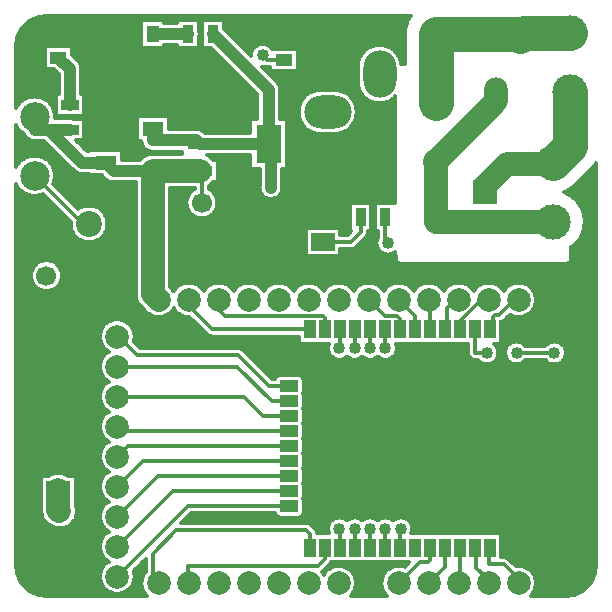
<source format=gtl>
G04 DipTrace 3.0.0.1*
G04 ESP32PWRREV1.GTL*
%MOMM*%
G04 #@! TF.FileFunction,Copper,L1,Top*
G04 #@! TF.Part,Single*
%AMOUTLINE0*
4,1,4,
-0.75,0.5,
0.75,0.5,
0.75,-0.5,
-0.75,-0.5,
-0.75,0.5,
0*%
%AMOUTLINE3*
4,1,20,
0.50757,-0.508,
0.68133,-0.4775,
0.8342,-0.38943,
0.94773,-0.2544,
1.0082,-0.08863,
1.00837,0.08777,
0.94817,0.2536,
0.83487,0.38887,
0.68217,0.4772,
0.50843,0.508,
-0.50757,0.508,
-0.68133,0.4775,
-0.8342,0.38943,
-0.94773,0.2544,
-1.0082,0.08863,
-1.00837,-0.08777,
-0.94817,-0.2536,
-0.83487,-0.38887,
-0.68217,-0.4772,
-0.50843,-0.508,
0.50757,-0.508,
0*%
G04 #@! TA.AperFunction,CopperBalancing*
%ADD14C,0.3*%
G04 #@! TA.AperFunction,Conductor*
%ADD15C,3.0*%
%ADD16C,1.0*%
%ADD17C,2.0*%
%ADD19R,1.4X1.0*%
%ADD20R,1.0X1.4*%
G04 #@! TA.AperFunction,ComponentPad*
%ADD22R,2.2X2.2*%
%ADD23C,2.2*%
%ADD24R,2.0X1.5*%
%ADD25R,1.8X1.2*%
G04 #@! TA.AperFunction,ComponentPad*
%ADD26C,1.7*%
%ADD29R,1.0X1.5*%
%ADD30R,6.0X6.0*%
G04 #@! TA.AperFunction,ComponentPad*
%ADD31O,4.0X2.8*%
%ADD32O,2.8X4.0*%
%ADD33C,1.304*%
%ADD34C,3.0*%
%ADD35C,2.5*%
%ADD37R,1.5X0.9*%
%ADD38R,0.9X1.5*%
G04 #@! TA.AperFunction,ComponentPad*
%ADD40O,2.0X3.0*%
%ADD42R,2.15X0.95*%
%ADD43R,2.15X3.25*%
G04 #@! TA.AperFunction,ComponentPad*
%ADD44R,2.0X2.0*%
%ADD45C,2.0*%
G04 #@! TA.AperFunction,ViaPad*
%ADD48C,1.016*%
%ADD104OUTLINE0*%
G04 #@! TA.AperFunction,ComponentPad*
%ADD107OUTLINE3*%
%FSLAX35Y35*%
G04*
G71*
G90*
G75*
G01*
G04 Top*
%LPD*%
X3600000Y4220000D2*
D15*
Y4800000D1*
X4290000D1*
X4310000Y4780000D1*
X4730000Y4810000D2*
X4340000D1*
X4310000Y4780000D1*
X4297000Y2550000D2*
D14*
X4260000D1*
X4130000Y2420000D1*
X4100000D1*
X4080000Y2400000D1*
Y2326000D1*
X4054000Y2300000D1*
X1200000Y4000000D2*
D16*
Y3900000D1*
X1570000D1*
X1600000Y3870000D1*
X2180000D2*
X1600000D1*
X2180000D2*
Y4330000D1*
X1710000Y4800000D1*
X2200000Y3500000D2*
Y3850000D1*
X2180000Y3870000D1*
X200000Y4100000D2*
Y3990000D1*
X500000D1*
X800000Y3710000D2*
X600000D1*
X320000Y3990000D1*
X500000D1*
X1600000Y3640000D2*
X870000D1*
X800000Y3710000D1*
X1600000Y3640000D2*
D17*
X1200000D1*
Y2599000D1*
X1249000Y2550000D1*
X1616000Y3370000D2*
D14*
Y3624000D1*
X1600000Y3640000D1*
X2356000Y1310000D2*
X987000D1*
X900000Y1223000D1*
X2356000Y1437000D2*
X940000D1*
X900000Y1477000D1*
X4030000Y2100000D2*
X3930000D1*
Y2297000D1*
X3927000Y2300000D1*
X4600000Y2100000D2*
X4280000D1*
X3170000Y3250000D2*
Y3050000D1*
X3190000Y3030000D1*
X4181000Y2300000D2*
X4600000D1*
Y2501000D1*
X4551000Y2550000D1*
X4181000Y450000D2*
X4550000D1*
X4600000Y400000D1*
Y199000D1*
X4551000Y150000D1*
X300000Y2500000D2*
D17*
Y1820000D1*
X400000Y1720000D1*
X900000Y2493000D2*
X300000Y2500000D1*
X900000Y2493000D2*
D14*
Y2480000D1*
X1200000Y2180000D1*
X2121000D1*
X2356000Y1945000D1*
X2811000D1*
X3411000Y1345000D1*
X4181000Y2300000D2*
Y1431000D1*
X4110000Y1360000D1*
X3426000D1*
X3411000Y1345000D1*
X4181000Y450000D2*
Y575000D1*
X3843577Y912423D1*
X3411000Y1345000D1*
X3660000Y730000D2*
X3661153D1*
X3843577Y912423D1*
X1000000Y4800000D2*
D16*
X728200D1*
X660300Y4732100D1*
X400000Y4800000D2*
X592400D1*
X660300Y4732100D1*
X1200000Y4290000D2*
X1102400D1*
X660300Y4732100D1*
X800000Y4000000D2*
Y4592400D1*
X660300Y4732100D1*
X1600000Y4100000D2*
Y4200000D1*
X1500000Y4300000D1*
X1210000D1*
X1200000Y4290000D1*
X2310000Y4780000D2*
D14*
X2040000D1*
X1980000Y4840000D1*
X2680000Y4780000D2*
X2310000D1*
X2640000Y3820000D2*
Y3400000D1*
X2560000Y3320000D1*
X1920000D1*
X1870000Y3370000D1*
X4730000Y4310000D2*
D15*
Y3850000D1*
X4590000Y3710000D1*
X4010000Y3460000D2*
D17*
Y3510000D1*
X4200000Y3700000D1*
X4580000D1*
X4590000Y3710000D1*
X2530000Y450000D2*
D14*
Y570000D1*
X2500000Y600000D1*
X1400000D1*
X1200000Y400000D1*
Y199000D1*
X1249000Y150000D1*
X2356000Y802000D2*
X1495000D1*
X900000Y207000D1*
X2657000Y450000D2*
Y357000D1*
X2600000Y300000D1*
X1500000D1*
Y153000D1*
X1503000Y150000D1*
X3038000Y450000D2*
Y608000D1*
X3040000Y610000D1*
X2530000Y2300000D2*
X1700000D1*
X1503000Y2497000D1*
Y2550000D1*
X2356000Y1818000D2*
X2182000D1*
X1920000Y2080000D1*
X1070000D1*
X900000Y2250000D1*
Y2239000D1*
X2657000Y2300000D2*
Y2393000D1*
X2640000Y2410000D1*
X1810000D1*
X1750000Y2470000D1*
Y2543000D1*
X1757000Y2550000D1*
X2356000Y929000D2*
X1368000D1*
X900000Y461000D1*
X2784000Y450000D2*
Y606000D1*
X2780000Y610000D1*
X2911000Y450000D2*
X2910000Y610000D1*
X3165000Y450000D2*
Y605000D1*
X3170000Y610000D1*
X3292000Y450000D2*
Y602000D1*
X3300000Y610000D1*
X3546000Y450000D2*
Y346000D1*
X3530000Y330000D1*
X3461000D1*
X3281000Y150000D1*
X4043000D2*
Y177000D1*
X3940000Y280000D1*
Y437000D1*
X3927000Y450000D1*
X4297000Y150000D2*
Y183000D1*
X4170000Y310000D1*
X4050000D1*
Y446000D1*
X4054000Y450000D1*
X3038000Y2300000D2*
Y2142000D1*
X3040000Y2140000D1*
X2911000Y2300000D2*
Y2141000D1*
X2910000Y2140000D1*
X2784000Y2300000D2*
Y2144000D1*
X2780000Y2140000D1*
X3292000Y2300000D2*
Y2388000D1*
X3270000Y2410000D1*
X3167000D1*
X3027000Y2550000D1*
X3165000Y2300000D2*
Y2145000D1*
X3170000Y2140000D1*
X3546000Y2300000D2*
Y2539000D1*
X3535000Y2550000D1*
X3419000Y2300000D2*
Y2412000D1*
X3281000Y2550000D1*
X4590000Y3210000D2*
D17*
X4010000Y3206000D1*
X3600200D1*
Y3720000D1*
X4110000Y4229800D1*
Y4280000D1*
X3673000Y450000D2*
D14*
Y373000D1*
X3670000Y370000D1*
Y285000D1*
X3535000Y150000D1*
X2356000Y1183000D2*
X1114000D1*
X900000Y969000D1*
X2356000Y1056000D2*
X1241000D1*
X900000Y715000D1*
X2356000Y1691000D2*
X2209000D1*
X1915000Y1985000D1*
X900000D1*
X2356000Y1564000D2*
X2136000D1*
X1969000Y1731000D1*
X900000D1*
X3789000Y2550000D2*
X3760000D1*
X3690000Y2480000D1*
Y2317000D1*
X3673000Y2300000D1*
X4043000Y2550000D2*
X3980000D1*
X3810000Y2380000D1*
Y2310000D1*
X3800000Y2300000D1*
Y450000D2*
Y161000D1*
X3789000Y150000D1*
X660100Y3192200D2*
X607800D1*
X200000Y3600000D1*
X1500000Y4800000D2*
D16*
X1200000D1*
X500000Y4200000D2*
Y4500000D1*
X400000Y4600000D1*
X2310000Y4580000D2*
D14*
X2170000D1*
X2130000Y4620000D1*
X2960000Y3250000D2*
Y3120000D1*
X2880000Y3040000D1*
X2640000D1*
X400000Y940000D2*
D17*
Y770000D1*
X410000Y760000D1*
D48*
X2780000Y610000D3*
X2910000D3*
X3040000D3*
X3170000D3*
X3300000D3*
X2780000Y2140000D3*
X2910000D3*
X3040000D3*
X3170000D3*
X4030000Y2100000D3*
X410000Y760000D3*
X3660000Y730000D3*
X2200000Y3500000D3*
X1980000Y4840000D3*
X3190000Y3030000D3*
X4600000Y2100000D3*
X4280000D3*
X2130000Y4620000D3*
X187367Y4925333D2*
D14*
X3362127D1*
X143303Y4895667D2*
X1100820D1*
X1594200D2*
X1615820D1*
X1804200D2*
X3348593D1*
X112190Y4866000D2*
X1100820D1*
X1594200D2*
X1615820D1*
X1804200D2*
X3339100D1*
X89457Y4836333D2*
X1100820D1*
X1594200D2*
X1615820D1*
X1812697D2*
X3333300D1*
X73927Y4806667D2*
X1100820D1*
X1842403D2*
X3330897D1*
X61680Y4777000D2*
X1100820D1*
X1596427D2*
X1613627D1*
X1872053D2*
X3330780D1*
X54650Y4747333D2*
X1100820D1*
X1594200D2*
X1615820D1*
X1901700D2*
X3330780D1*
X50723Y4717667D2*
X1100820D1*
X1594200D2*
X1615820D1*
X1931407D2*
X3330780D1*
X48030Y4688000D2*
X280800D1*
X519180D2*
X1100820D1*
X1299180D2*
X1405800D1*
X1594200D2*
X1615820D1*
X1961057D2*
X2057830D1*
X2202170D2*
X3036697D1*
X3203303D2*
X3330780D1*
X48030Y4658333D2*
X280800D1*
X519180D2*
X1712597D1*
X1990707D2*
X2037907D1*
X2429220D2*
X2992343D1*
X3247657D2*
X3330780D1*
X48030Y4628667D2*
X280800D1*
X519180D2*
X1742303D1*
X2429220D2*
X2965800D1*
X3274200D2*
X3330780D1*
X48030Y4599000D2*
X280800D1*
X540040D2*
X1771950D1*
X2429220D2*
X2948397D1*
X3291603D2*
X3330780D1*
X48030Y4569333D2*
X280800D1*
X569690D2*
X1801600D1*
X2429220D2*
X2937440D1*
X3302560D2*
X3330780D1*
X48030Y4539667D2*
X280800D1*
X590667D2*
X1831307D1*
X2429220D2*
X2931813D1*
X48030Y4510000D2*
X280800D1*
X598693D2*
X1860957D1*
X2139063D2*
X2190780D1*
X2429220D2*
X2930820D1*
X48030Y4480333D2*
X380643D1*
X599220D2*
X1890603D1*
X2168713D2*
X2930820D1*
X48030Y4450667D2*
X400800D1*
X599220D2*
X1920310D1*
X2198360D2*
X2930820D1*
X48030Y4421000D2*
X400800D1*
X599220D2*
X1949960D1*
X2228070D2*
X2930820D1*
X48030Y4391333D2*
X400800D1*
X599220D2*
X1979607D1*
X2257130D2*
X2930993D1*
X48030Y4361667D2*
X400800D1*
X599220D2*
X2009313D1*
X2273830D2*
X2934803D1*
X48030Y4332000D2*
X400800D1*
X599220D2*
X2038963D1*
X2279163D2*
X2943650D1*
X48030Y4302333D2*
X400800D1*
X599220D2*
X2068610D1*
X2279220D2*
X2525820D1*
X2834220D2*
X2958473D1*
X48030Y4272667D2*
X375780D1*
X624180D2*
X2080800D1*
X2279220D2*
X2486327D1*
X2873653D2*
X2981150D1*
X48030Y4243000D2*
X102850D1*
X297110D2*
X375780D1*
X624180D2*
X2080800D1*
X2279220D2*
X2461893D1*
X2898147D2*
X3016893D1*
X3223107D2*
X3251970D1*
X48030Y4213333D2*
X68663D1*
X331330D2*
X375780D1*
X624180D2*
X2080800D1*
X2279220D2*
X2445837D1*
X2914143D2*
X3251970D1*
X352367Y4183667D2*
X375780D1*
X624180D2*
X2080800D1*
X2279220D2*
X2435993D1*
X2923987D2*
X3251970D1*
X624180Y4154000D2*
X2080800D1*
X2279220D2*
X2431307D1*
X2928673D2*
X3251970D1*
X624180Y4124333D2*
X2080800D1*
X2279220D2*
X2431483D1*
X2928557D2*
X3251970D1*
X374103Y4094667D2*
X1060800D1*
X1339200D2*
X2080800D1*
X2279220D2*
X2436403D1*
X2923577D2*
X3251970D1*
X624180Y4065000D2*
X1060800D1*
X1339200D2*
X2023320D1*
X2336700D2*
X2446600D1*
X2913440D2*
X3251970D1*
X624180Y4035333D2*
X1060800D1*
X1339200D2*
X2023320D1*
X2336700D2*
X2463007D1*
X2896973D2*
X3251970D1*
X624180Y4005667D2*
X1060800D1*
X1339200D2*
X2023320D1*
X2336700D2*
X2488083D1*
X2871957D2*
X3251970D1*
X48030Y3976000D2*
X78943D1*
X624180D2*
X1060800D1*
X1631993D2*
X2023320D1*
X2336700D2*
X2528807D1*
X2831173D2*
X3251970D1*
X48030Y3946333D2*
X111287D1*
X624180D2*
X1060800D1*
X2336700D2*
X3251970D1*
X48030Y3916667D2*
X134723D1*
X624180D2*
X1060800D1*
X2336700D2*
X3251970D1*
X48030Y3887000D2*
X283963D1*
X562073D2*
X1101697D1*
X2336700D2*
X3251970D1*
X48030Y3857333D2*
X313610D1*
X591720D2*
X1110780D1*
X2336700D2*
X3251970D1*
X48030Y3827667D2*
X343260D1*
X621370D2*
X1133573D1*
X2336700D2*
X3251970D1*
X48030Y3798000D2*
X372967D1*
X939180D2*
X1443300D1*
X2336700D2*
X3251970D1*
X48030Y3768333D2*
X165780D1*
X234180D2*
X402617D1*
X939180D2*
X1126950D1*
X1673010D2*
X2023320D1*
X2336700D2*
X3251970D1*
X48030Y3738667D2*
X96580D1*
X303380D2*
X432263D1*
X939180D2*
X1089100D1*
X1710860D2*
X2023320D1*
X2336700D2*
X3251970D1*
X48030Y3709000D2*
X65033D1*
X335020D2*
X461970D1*
X1756680D2*
X2023320D1*
X2336700D2*
X3251970D1*
X354710Y3679333D2*
X491620D1*
X1756680D2*
X2023320D1*
X2336700D2*
X3251970D1*
X366837Y3649667D2*
X521267D1*
X1756680D2*
X2100780D1*
X2299200D2*
X3251970D1*
X4909143D2*
X4952010D1*
X373050Y3620000D2*
X563043D1*
X1756680D2*
X2100780D1*
X2299200D2*
X3251970D1*
X4879437D2*
X4952010D1*
X373927Y3590333D2*
X780603D1*
X1756680D2*
X2100780D1*
X2299200D2*
X3251970D1*
X4849787D2*
X4952010D1*
X369593Y3560667D2*
X812597D1*
X1756680D2*
X2100780D1*
X2299200D2*
X3251970D1*
X4820140D2*
X4952010D1*
X359690Y3531000D2*
X1050780D1*
X1700430D2*
X2100780D1*
X2299200D2*
X3251970D1*
X4790490D2*
X4952010D1*
X388223Y3501333D2*
X1050780D1*
X1680217D2*
X2100017D1*
X2299963D2*
X3251970D1*
X4758263D2*
X4952010D1*
X48030Y3471667D2*
X83690D1*
X417873D2*
X1050780D1*
X1349220D2*
X1530077D1*
X1701957D2*
X2104237D1*
X2295743D2*
X3251970D1*
X4711563D2*
X4952010D1*
X48030Y3442000D2*
X131093D1*
X447520D2*
X1050780D1*
X1349220D2*
X1503300D1*
X1728673D2*
X2119237D1*
X2280743D2*
X3251970D1*
X4723517D2*
X4952010D1*
X48030Y3412333D2*
X298143D1*
X477230D2*
X1050780D1*
X1349220D2*
X1488827D1*
X1743207D2*
X2155507D1*
X2244533D2*
X3251970D1*
X4765997D2*
X4952010D1*
X48030Y3382667D2*
X327790D1*
X506877D2*
X1050780D1*
X1349220D2*
X1482440D1*
X1749593D2*
X3251970D1*
X4795587D2*
X4952010D1*
X48030Y3353000D2*
X357440D1*
X536527D2*
X1050780D1*
X1349220D2*
X1482907D1*
X1749123D2*
X2865780D1*
X3054180D2*
X3075780D1*
X4817503D2*
X4952010D1*
X48030Y3323333D2*
X387087D1*
X747990D2*
X1050780D1*
X1349220D2*
X1490407D1*
X1741623D2*
X2865780D1*
X3054180D2*
X3075780D1*
X4833850D2*
X4952010D1*
X48030Y3293667D2*
X416793D1*
X781857D2*
X1050780D1*
X1349220D2*
X1506287D1*
X1725687D2*
X2865780D1*
X3054180D2*
X3075780D1*
X4845687D2*
X4952010D1*
X48030Y3264000D2*
X446443D1*
X801837D2*
X1050780D1*
X1349220D2*
X1535700D1*
X1696330D2*
X2865780D1*
X3054180D2*
X3075780D1*
X4853653D2*
X4952010D1*
X48030Y3234333D2*
X476093D1*
X813497D2*
X1050780D1*
X1349220D2*
X2865780D1*
X3054180D2*
X3075780D1*
X4858107D2*
X4952010D1*
X48030Y3204667D2*
X501403D1*
X818830D2*
X1050780D1*
X1349220D2*
X2865780D1*
X3054180D2*
X3075780D1*
X4859163D2*
X4952010D1*
X48030Y3175000D2*
X501873D1*
X818360D2*
X1050780D1*
X1349220D2*
X2865780D1*
X3054180D2*
X3075780D1*
X4856877D2*
X4952010D1*
X48030Y3145333D2*
X508083D1*
X812093D2*
X1050780D1*
X1349220D2*
X2490780D1*
X2789220D2*
X2865780D1*
X3054180D2*
X3075780D1*
X4851253D2*
X4952010D1*
X48030Y3115667D2*
X520917D1*
X799260D2*
X1050780D1*
X1349220D2*
X2490780D1*
X2789220D2*
X2866130D1*
X3024063D2*
X3105780D1*
X4841937D2*
X4952010D1*
X48030Y3086000D2*
X542537D1*
X777640D2*
X1050780D1*
X1349220D2*
X2490780D1*
X3013870D2*
X3105780D1*
X4828577D2*
X4952010D1*
X48030Y3056333D2*
X580037D1*
X740140D2*
X1050780D1*
X1349220D2*
X2490780D1*
X2985860D2*
X3093650D1*
X4810353D2*
X4952010D1*
X48030Y3026667D2*
X1050780D1*
X1349220D2*
X2490780D1*
X2956213D2*
X3090077D1*
X4785980D2*
X4952010D1*
X48030Y2997000D2*
X1050780D1*
X1349220D2*
X2490780D1*
X2926563D2*
X3095760D1*
X4752640D2*
X4952010D1*
X48030Y2967333D2*
X1050780D1*
X1349220D2*
X2490780D1*
X2789220D2*
X3112987D1*
X4748010D2*
X4952010D1*
X48030Y2937667D2*
X1050780D1*
X1349220D2*
X2490780D1*
X2789220D2*
X3157283D1*
X3222697D2*
X3251970D1*
X4748010D2*
X4952010D1*
X48030Y2908000D2*
X1050780D1*
X1349220D2*
X3251970D1*
X4748010D2*
X4952010D1*
X48030Y2878333D2*
X255133D1*
X344867D2*
X1050780D1*
X1349220D2*
X3257537D1*
X4742443D2*
X4952010D1*
X48030Y2848667D2*
X206150D1*
X393850D2*
X1050780D1*
X1349220D2*
X4952010D1*
X48030Y2819000D2*
X183007D1*
X416993D2*
X1050780D1*
X1349220D2*
X4952010D1*
X48030Y2789333D2*
X170643D1*
X429357D2*
X1050780D1*
X1349220D2*
X4952010D1*
X48030Y2759667D2*
X165897D1*
X434103D2*
X1050780D1*
X1349220D2*
X4952010D1*
X48030Y2730000D2*
X168007D1*
X431993D2*
X1050780D1*
X1349220D2*
X4952010D1*
X48030Y2700333D2*
X177263D1*
X422737D2*
X1050780D1*
X1349220D2*
X4952010D1*
X48030Y2670667D2*
X195663D1*
X404337D2*
X1050780D1*
X1349220D2*
X1417460D1*
X1588517D2*
X1671463D1*
X1842520D2*
X1925467D1*
X2096527D2*
X2179470D1*
X2350530D2*
X2433473D1*
X2604533D2*
X2687480D1*
X2858537D2*
X2941483D1*
X3112540D2*
X3195427D1*
X3366543D2*
X3449430D1*
X3620550D2*
X3703437D1*
X3874553D2*
X3957440D1*
X4128557D2*
X4211443D1*
X4382560D2*
X4952010D1*
X48030Y2641000D2*
X230350D1*
X369650D2*
X1050780D1*
X1366447D2*
X1385583D1*
X1620450D2*
X1639587D1*
X1874457D2*
X1893593D1*
X2128400D2*
X2147597D1*
X2382403D2*
X2401600D1*
X2636407D2*
X2655543D1*
X2890413D2*
X2909550D1*
X3144417D2*
X3163553D1*
X3398420D2*
X3417557D1*
X3652423D2*
X3671550D1*
X3906427D2*
X3925600D1*
X4160430D2*
X4179577D1*
X4414437D2*
X4952010D1*
X48030Y2611333D2*
X1050780D1*
X4432717D2*
X4952010D1*
X48030Y2581667D2*
X1051833D1*
X4442737D2*
X4952010D1*
X48030Y2552000D2*
X1058573D1*
X4446193D2*
X4952010D1*
X48030Y2522333D2*
X1072517D1*
X4443557D2*
X4952010D1*
X48030Y2492667D2*
X1096600D1*
X4434473D2*
X4952010D1*
X48030Y2463000D2*
X1126247D1*
X4417483D2*
X4952010D1*
X48030Y2433333D2*
X1157890D1*
X1340140D2*
X1411893D1*
X4388127D2*
X4952010D1*
X48030Y2403667D2*
X1506757D1*
X4203207D2*
X4952010D1*
X48030Y2374000D2*
X840897D1*
X959103D2*
X1536463D1*
X4173380D2*
X4952010D1*
X48030Y2344333D2*
X795603D1*
X1004397D2*
X1566110D1*
X4153223D2*
X4952010D1*
X48030Y2314667D2*
X771930D1*
X1028070D2*
X1595760D1*
X4153223D2*
X4952010D1*
X48030Y2285000D2*
X758220D1*
X1041780D2*
X1625467D1*
X4153223D2*
X4952010D1*
X48030Y2255333D2*
X751717D1*
X1048283D2*
X1655173D1*
X4153223D2*
X4952010D1*
X48030Y2225667D2*
X751423D1*
X1048577D2*
X2430780D1*
X4153223D2*
X4952010D1*
X48030Y2196000D2*
X757283D1*
X1043537D2*
X2430780D1*
X4153223D2*
X4263123D1*
X4296897D2*
X4583103D1*
X4616877D2*
X4952010D1*
X48030Y2166333D2*
X770117D1*
X1073243D2*
X2683670D1*
X3266350D2*
X3865800D1*
X4103770D2*
X4206230D1*
X4353790D2*
X4526210D1*
X4673770D2*
X4952010D1*
X48030Y2136667D2*
X792557D1*
X1946117D2*
X2680037D1*
X3269923D2*
X3865800D1*
X4122813D2*
X4187187D1*
X4692813D2*
X4952010D1*
X48030Y2107000D2*
X816463D1*
X1982560D2*
X2685780D1*
X3264240D2*
X3865800D1*
X4129730D2*
X4180270D1*
X4699730D2*
X4952010D1*
X48030Y2077333D2*
X783650D1*
X2012210D2*
X2702947D1*
X3247013D2*
X3870133D1*
X4127327D2*
X4182673D1*
X4697327D2*
X4952010D1*
X48030Y2047667D2*
X764900D1*
X2041857D2*
X2747303D1*
X2812717D2*
X2877263D1*
X2942737D2*
X3007283D1*
X3072697D2*
X3137303D1*
X3202717D2*
X3895270D1*
X4114670D2*
X4195330D1*
X4684670D2*
X4952010D1*
X48030Y2018000D2*
X754587D1*
X2071563D2*
X3975193D1*
X4084847D2*
X4225153D1*
X4334807D2*
X4545193D1*
X4654847D2*
X4952010D1*
X48030Y1988333D2*
X750837D1*
X2101213D2*
X4952010D1*
X48030Y1958667D2*
X753180D1*
X2130860D2*
X4952010D1*
X48030Y1929000D2*
X761970D1*
X2160570D2*
X4952010D1*
X48030Y1899333D2*
X778553D1*
X2190217D2*
X2244040D1*
X2467950D2*
X4952010D1*
X48030Y1869667D2*
X807147D1*
X2480197D2*
X4952010D1*
X48030Y1840000D2*
X799587D1*
X2480197D2*
X4952010D1*
X48030Y1810333D2*
X774217D1*
X2480197D2*
X4952010D1*
X48030Y1780667D2*
X759510D1*
X2480197D2*
X4952010D1*
X48030Y1751000D2*
X752187D1*
X2479083D2*
X4952010D1*
X48030Y1721333D2*
X751130D1*
X2480197D2*
X4952010D1*
X48030Y1691667D2*
X756170D1*
X2480197D2*
X4952010D1*
X48030Y1662000D2*
X768123D1*
X2480197D2*
X4952010D1*
X48030Y1632333D2*
X789100D1*
X2479377D2*
X4952010D1*
X48030Y1602667D2*
X822263D1*
X2480197D2*
X4952010D1*
X48030Y1573000D2*
X786757D1*
X2480197D2*
X4952010D1*
X48030Y1543333D2*
X766717D1*
X2480197D2*
X4952010D1*
X48030Y1513667D2*
X755467D1*
X2480197D2*
X4952010D1*
X48030Y1484000D2*
X750957D1*
X2480197D2*
X4952010D1*
X48030Y1454333D2*
X752597D1*
X2480197D2*
X4952010D1*
X48030Y1424667D2*
X760507D1*
X2480197D2*
X4952010D1*
X48030Y1395000D2*
X775973D1*
X2480197D2*
X4952010D1*
X48030Y1365333D2*
X802633D1*
X2479903D2*
X4952010D1*
X48030Y1335667D2*
X803807D1*
X2480197D2*
X4952010D1*
X48030Y1306000D2*
X776620D1*
X2480197D2*
X4952010D1*
X48030Y1276333D2*
X760857D1*
X2480197D2*
X4952010D1*
X48030Y1246667D2*
X752713D1*
X2478263D2*
X4952010D1*
X48030Y1217000D2*
X750897D1*
X2480197D2*
X4952010D1*
X48030Y1187333D2*
X755233D1*
X2480197D2*
X4952010D1*
X48030Y1157667D2*
X766190D1*
X2480197D2*
X4952010D1*
X48030Y1128000D2*
X785877D1*
X2479903D2*
X4952010D1*
X48030Y1098333D2*
X820623D1*
X2480197D2*
X4952010D1*
X48030Y1068667D2*
X327557D1*
X472423D2*
X790037D1*
X2480197D2*
X4952010D1*
X48030Y1039000D2*
X250800D1*
X549180D2*
X768650D1*
X2480197D2*
X4952010D1*
X48030Y1009333D2*
X250800D1*
X549180D2*
X756463D1*
X2480197D2*
X4952010D1*
X48030Y979667D2*
X250800D1*
X549180D2*
X751190D1*
X2480197D2*
X4952010D1*
X48030Y950000D2*
X250800D1*
X549180D2*
X752070D1*
X2480197D2*
X4952010D1*
X48030Y920333D2*
X250800D1*
X549180D2*
X759157D1*
X2480197D2*
X4952010D1*
X48030Y890667D2*
X250800D1*
X549180D2*
X773573D1*
X2480197D2*
X4952010D1*
X48030Y861000D2*
X250800D1*
X549180D2*
X798473D1*
X2479320D2*
X4952010D1*
X48030Y831333D2*
X250800D1*
X549180D2*
X808437D1*
X2480197D2*
X4952010D1*
X48030Y801667D2*
X250800D1*
X553167D2*
X779257D1*
X2480197D2*
X4952010D1*
X48030Y772000D2*
X250800D1*
X558733D2*
X762380D1*
X2480197D2*
X4952010D1*
X48030Y742333D2*
X253437D1*
X558147D2*
X753357D1*
X2479200D2*
X4952010D1*
X48030Y712667D2*
X262517D1*
X551350D2*
X750837D1*
X1495237D2*
X2253767D1*
X2458223D2*
X4952010D1*
X48030Y683000D2*
X279510D1*
X537287D2*
X754353D1*
X1465530D2*
X2713143D1*
X3366897D2*
X4952010D1*
X48030Y653333D2*
X306990D1*
X512970D2*
X764430D1*
X2532990D2*
X2690233D1*
X3389807D2*
X4952010D1*
X48030Y623667D2*
X354217D1*
X465803D2*
X782830D1*
X2565860D2*
X2680973D1*
X3399007D2*
X4952010D1*
X48030Y594000D2*
X814940D1*
X2589300D2*
X2681327D1*
X3398653D2*
X4952010D1*
X48030Y564333D2*
X793553D1*
X4153223D2*
X4952010D1*
X48030Y534667D2*
X770700D1*
X4153223D2*
X4952010D1*
X48030Y505000D2*
X757577D1*
X4153223D2*
X4952010D1*
X48030Y475333D2*
X751483D1*
X4153223D2*
X4952010D1*
X48030Y445667D2*
X751600D1*
X4153223D2*
X4952010D1*
X48030Y416000D2*
X757870D1*
X4153223D2*
X4952010D1*
X48030Y386333D2*
X771287D1*
X4153223D2*
X4952010D1*
X48030Y356667D2*
X794607D1*
X4212580D2*
X4952010D1*
X48030Y327000D2*
X813473D1*
X1109573D2*
X1135800D1*
X2713343D2*
X3368457D1*
X4242520D2*
X4952010D1*
X48733Y297333D2*
X782070D1*
X1079867D2*
X1135800D1*
X2686857D2*
X3338807D1*
X4272230D2*
X4951247D1*
X52657Y267667D2*
X763963D1*
X1050217D2*
X1135800D1*
X2657210D2*
X2683200D1*
X2862757D2*
X3191210D1*
X4386780D2*
X4947380D1*
X56527Y238000D2*
X754120D1*
X1045880D2*
X1129237D1*
X2892757D2*
X3161267D1*
X4416720D2*
X4943457D1*
X67717Y208333D2*
X750780D1*
X1049220D2*
X1111950D1*
X2910040D2*
X3143923D1*
X4434063D2*
X4932263D1*
X80020Y178667D2*
X753593D1*
X1046407D2*
X1102633D1*
X2919357D2*
X3134667D1*
X4443380D2*
X4919960D1*
X100707Y149000D2*
X762790D1*
X1037210D2*
X1099823D1*
X2922170D2*
X3131793D1*
X4446193D2*
X4899333D1*
X123790Y119333D2*
X780017D1*
X1019983D2*
X1103043D1*
X2918947D2*
X3135077D1*
X4442970D2*
X4876247D1*
X162463Y89667D2*
X809783D1*
X990217D2*
X1112830D1*
X2909163D2*
X3144803D1*
X4433187D2*
X4837577D1*
X222757Y60000D2*
X1130760D1*
X2891233D2*
X3162790D1*
X4415197D2*
X4777223D1*
X2209093Y4676200D2*
X2426200D1*
Y4483800D1*
X2193800D1*
Y4518780D1*
X2165197Y4518990D1*
X2155713Y4520490D1*
X2146563Y4523467D1*
X2130000Y4523000D1*
X2122777Y4523283D1*
X2253150Y4392477D1*
X2262023Y4380263D1*
X2268877Y4366813D1*
X2273543Y4352457D1*
X2275903Y4337547D1*
X2276200Y4300000D1*
Y4078690D1*
X2333700Y4078700D1*
Y3661300D1*
X2296260D1*
X2296200Y3512440D1*
X2297000Y3500000D1*
X2295807Y3484827D1*
X2292253Y3470027D1*
X2286427Y3455963D1*
X2278473Y3442983D1*
X2268590Y3431410D1*
X2257017Y3421527D1*
X2244037Y3413573D1*
X2229973Y3407747D1*
X2215173Y3404193D1*
X2200000Y3403000D1*
X2184827Y3404193D1*
X2170027Y3407747D1*
X2155963Y3413573D1*
X2142983Y3421527D1*
X2131410Y3431410D1*
X2121527Y3442983D1*
X2113573Y3455963D1*
X2107747Y3470027D1*
X2104193Y3484827D1*
X2103000Y3500000D1*
X2103800Y3511837D1*
Y3661310D1*
X2026300Y3661300D1*
Y3773740D1*
X1658927Y3773800D1*
X1676390Y3764657D1*
X1685933Y3758280D1*
X1694950Y3751170D1*
X1703380Y3743380D1*
X1712143Y3733717D1*
X1753700Y3733700D1*
Y3546300D1*
X1712277D1*
X1703380Y3536620D1*
X1694950Y3528830D1*
X1685933Y3521720D1*
X1677173Y3515867D1*
X1677200Y3486013D1*
X1693117Y3476143D1*
X1701207Y3469767D1*
X1708773Y3462773D1*
X1715767Y3455207D1*
X1722143Y3447117D1*
X1727867Y3438553D1*
X1732900Y3429563D1*
X1737213Y3420207D1*
X1740780Y3410543D1*
X1743573Y3400627D1*
X1745583Y3390523D1*
X1746797Y3380293D1*
X1747200Y3370000D1*
X1746797Y3359707D1*
X1745583Y3349477D1*
X1743573Y3339373D1*
X1740780Y3329457D1*
X1737213Y3319793D1*
X1732900Y3310437D1*
X1727867Y3301447D1*
X1722143Y3292883D1*
X1715767Y3284793D1*
X1708773Y3277227D1*
X1701207Y3270233D1*
X1693117Y3263857D1*
X1684553Y3258133D1*
X1675563Y3253100D1*
X1666207Y3248787D1*
X1656543Y3245220D1*
X1646627Y3242427D1*
X1636523Y3240417D1*
X1626293Y3239203D1*
X1616000Y3238800D1*
X1605707Y3239203D1*
X1595477Y3240417D1*
X1585373Y3242427D1*
X1575457Y3245220D1*
X1565793Y3248787D1*
X1556437Y3253100D1*
X1547447Y3258133D1*
X1538883Y3263857D1*
X1530793Y3270233D1*
X1523227Y3277227D1*
X1516233Y3284793D1*
X1509857Y3292883D1*
X1504133Y3301447D1*
X1499100Y3310437D1*
X1494787Y3319793D1*
X1491220Y3329457D1*
X1488427Y3339373D1*
X1486417Y3349477D1*
X1485203Y3359707D1*
X1484800Y3370000D1*
X1485203Y3380293D1*
X1486417Y3390523D1*
X1488427Y3400627D1*
X1491220Y3410543D1*
X1494787Y3420207D1*
X1499100Y3429563D1*
X1504133Y3438553D1*
X1509857Y3447117D1*
X1516233Y3455207D1*
X1523227Y3462773D1*
X1530793Y3469767D1*
X1538883Y3476143D1*
X1554787Y3485977D1*
X1554800Y3493810D1*
X1346230Y3493800D1*
X1346200Y2659550D1*
X1360170Y2644950D1*
X1367280Y2635933D1*
X1373677Y2626350D1*
X1378343Y2626390D1*
X1384723Y2635933D1*
X1391830Y2644950D1*
X1399620Y2653380D1*
X1408050Y2661170D1*
X1417067Y2668277D1*
X1426610Y2674657D1*
X1436627Y2680267D1*
X1447053Y2685070D1*
X1457823Y2689043D1*
X1468870Y2692160D1*
X1480130Y2694400D1*
X1491530Y2695750D1*
X1503000Y2696200D1*
X1514470Y2695750D1*
X1525870Y2694400D1*
X1537130Y2692160D1*
X1548177Y2689043D1*
X1558947Y2685070D1*
X1569373Y2680267D1*
X1579390Y2674657D1*
X1588933Y2668277D1*
X1597950Y2661170D1*
X1606380Y2653380D1*
X1614170Y2644950D1*
X1621277Y2635933D1*
X1629957Y2622280D1*
X1638723Y2635933D1*
X1645830Y2644950D1*
X1653620Y2653380D1*
X1662050Y2661170D1*
X1671067Y2668277D1*
X1680610Y2674657D1*
X1690627Y2680267D1*
X1701053Y2685070D1*
X1711823Y2689043D1*
X1722870Y2692160D1*
X1734130Y2694400D1*
X1745530Y2695750D1*
X1757000Y2696200D1*
X1768470Y2695750D1*
X1779870Y2694400D1*
X1791130Y2692160D1*
X1802177Y2689043D1*
X1812947Y2685070D1*
X1823373Y2680267D1*
X1833390Y2674657D1*
X1842933Y2668277D1*
X1851950Y2661170D1*
X1860380Y2653380D1*
X1868170Y2644950D1*
X1875277Y2635933D1*
X1883957Y2622280D1*
X1892723Y2635933D1*
X1899830Y2644950D1*
X1907620Y2653380D1*
X1916050Y2661170D1*
X1925067Y2668277D1*
X1934610Y2674657D1*
X1944627Y2680267D1*
X1955053Y2685070D1*
X1965823Y2689043D1*
X1976870Y2692160D1*
X1988130Y2694400D1*
X1999530Y2695750D1*
X2011000Y2696200D1*
X2022470Y2695750D1*
X2033870Y2694400D1*
X2045130Y2692160D1*
X2056177Y2689043D1*
X2066947Y2685070D1*
X2077373Y2680267D1*
X2087390Y2674657D1*
X2096933Y2668277D1*
X2105950Y2661170D1*
X2114380Y2653380D1*
X2122170Y2644950D1*
X2129277Y2635933D1*
X2137957Y2622280D1*
X2146723Y2635933D1*
X2153830Y2644950D1*
X2161620Y2653380D1*
X2170050Y2661170D1*
X2179067Y2668277D1*
X2188610Y2674657D1*
X2198627Y2680267D1*
X2209053Y2685070D1*
X2219823Y2689043D1*
X2230870Y2692160D1*
X2242130Y2694400D1*
X2253530Y2695750D1*
X2265000Y2696200D1*
X2276470Y2695750D1*
X2287870Y2694400D1*
X2299130Y2692160D1*
X2310177Y2689043D1*
X2320947Y2685070D1*
X2331373Y2680267D1*
X2341390Y2674657D1*
X2350933Y2668277D1*
X2359950Y2661170D1*
X2368380Y2653380D1*
X2376170Y2644950D1*
X2383277Y2635933D1*
X2391957Y2622280D1*
X2400723Y2635933D1*
X2407830Y2644950D1*
X2415620Y2653380D1*
X2424050Y2661170D1*
X2433067Y2668277D1*
X2442610Y2674657D1*
X2452627Y2680267D1*
X2463053Y2685070D1*
X2473823Y2689043D1*
X2484870Y2692160D1*
X2496130Y2694400D1*
X2507530Y2695750D1*
X2519000Y2696200D1*
X2530470Y2695750D1*
X2541870Y2694400D1*
X2553130Y2692160D1*
X2564177Y2689043D1*
X2574947Y2685070D1*
X2585373Y2680267D1*
X2595390Y2674657D1*
X2604933Y2668277D1*
X2613950Y2661170D1*
X2622380Y2653380D1*
X2630170Y2644950D1*
X2637277Y2635933D1*
X2645957Y2622280D1*
X2654723Y2635933D1*
X2661830Y2644950D1*
X2669620Y2653380D1*
X2678050Y2661170D1*
X2687067Y2668277D1*
X2696610Y2674657D1*
X2706627Y2680267D1*
X2717053Y2685070D1*
X2727823Y2689043D1*
X2738870Y2692160D1*
X2750130Y2694400D1*
X2761530Y2695750D1*
X2773000Y2696200D1*
X2784470Y2695750D1*
X2795870Y2694400D1*
X2807130Y2692160D1*
X2818177Y2689043D1*
X2828947Y2685070D1*
X2839373Y2680267D1*
X2849390Y2674657D1*
X2858933Y2668277D1*
X2867950Y2661170D1*
X2876380Y2653380D1*
X2884170Y2644950D1*
X2891277Y2635933D1*
X2899957Y2622280D1*
X2908723Y2635933D1*
X2915830Y2644950D1*
X2923620Y2653380D1*
X2932050Y2661170D1*
X2941067Y2668277D1*
X2950610Y2674657D1*
X2960627Y2680267D1*
X2971053Y2685070D1*
X2981823Y2689043D1*
X2992870Y2692160D1*
X3004130Y2694400D1*
X3015530Y2695750D1*
X3027000Y2696200D1*
X3038470Y2695750D1*
X3049870Y2694400D1*
X3061130Y2692160D1*
X3072177Y2689043D1*
X3082947Y2685070D1*
X3093373Y2680267D1*
X3103390Y2674657D1*
X3112933Y2668277D1*
X3121950Y2661170D1*
X3130380Y2653380D1*
X3138170Y2644950D1*
X3145277Y2635933D1*
X3153957Y2622280D1*
X3162723Y2635933D1*
X3169830Y2644950D1*
X3177620Y2653380D1*
X3186050Y2661170D1*
X3195067Y2668277D1*
X3204610Y2674657D1*
X3214627Y2680267D1*
X3225053Y2685070D1*
X3235823Y2689043D1*
X3246870Y2692160D1*
X3258130Y2694400D1*
X3269530Y2695750D1*
X3281000Y2696200D1*
X3292470Y2695750D1*
X3303870Y2694400D1*
X3315130Y2692160D1*
X3326177Y2689043D1*
X3336947Y2685070D1*
X3347373Y2680267D1*
X3357390Y2674657D1*
X3366933Y2668277D1*
X3375950Y2661170D1*
X3384380Y2653380D1*
X3392170Y2644950D1*
X3399277Y2635933D1*
X3407957Y2622280D1*
X3416723Y2635933D1*
X3423830Y2644950D1*
X3431620Y2653380D1*
X3440050Y2661170D1*
X3449067Y2668277D1*
X3458610Y2674657D1*
X3468627Y2680267D1*
X3479053Y2685070D1*
X3489823Y2689043D1*
X3500870Y2692160D1*
X3512130Y2694400D1*
X3523530Y2695750D1*
X3535000Y2696200D1*
X3546470Y2695750D1*
X3557870Y2694400D1*
X3569130Y2692160D1*
X3580177Y2689043D1*
X3590947Y2685070D1*
X3601373Y2680267D1*
X3611390Y2674657D1*
X3620933Y2668277D1*
X3629950Y2661170D1*
X3638380Y2653380D1*
X3646170Y2644950D1*
X3653277Y2635933D1*
X3661957Y2622280D1*
X3670723Y2635933D1*
X3677830Y2644950D1*
X3685620Y2653380D1*
X3694050Y2661170D1*
X3703067Y2668277D1*
X3712610Y2674657D1*
X3722627Y2680267D1*
X3733053Y2685070D1*
X3743823Y2689043D1*
X3754870Y2692160D1*
X3766130Y2694400D1*
X3777530Y2695750D1*
X3789000Y2696200D1*
X3800470Y2695750D1*
X3811870Y2694400D1*
X3823130Y2692160D1*
X3834177Y2689043D1*
X3844947Y2685070D1*
X3855373Y2680267D1*
X3865390Y2674657D1*
X3874933Y2668277D1*
X3883950Y2661170D1*
X3892380Y2653380D1*
X3900170Y2644950D1*
X3907277Y2635933D1*
X3915957Y2622280D1*
X3924723Y2635933D1*
X3931830Y2644950D1*
X3939620Y2653380D1*
X3948050Y2661170D1*
X3957067Y2668277D1*
X3966610Y2674657D1*
X3976627Y2680267D1*
X3987053Y2685070D1*
X3997823Y2689043D1*
X4008870Y2692160D1*
X4020130Y2694400D1*
X4031530Y2695750D1*
X4043000Y2696200D1*
X4054470Y2695750D1*
X4065870Y2694400D1*
X4077130Y2692160D1*
X4088177Y2689043D1*
X4098947Y2685070D1*
X4109373Y2680267D1*
X4119390Y2674657D1*
X4128933Y2668277D1*
X4137950Y2661170D1*
X4146380Y2653380D1*
X4154170Y2644950D1*
X4161277Y2635933D1*
X4169957Y2622280D1*
X4178723Y2635933D1*
X4185830Y2644950D1*
X4193620Y2653380D1*
X4202050Y2661170D1*
X4211067Y2668277D1*
X4220610Y2674657D1*
X4230627Y2680267D1*
X4241053Y2685070D1*
X4251823Y2689043D1*
X4262870Y2692160D1*
X4274130Y2694400D1*
X4285530Y2695750D1*
X4297000Y2696200D1*
X4308470Y2695750D1*
X4319870Y2694400D1*
X4331130Y2692160D1*
X4342177Y2689043D1*
X4352947Y2685070D1*
X4363373Y2680267D1*
X4373390Y2674657D1*
X4382933Y2668277D1*
X4391950Y2661170D1*
X4400380Y2653380D1*
X4408170Y2644950D1*
X4415277Y2635933D1*
X4421657Y2626390D1*
X4427267Y2616373D1*
X4432070Y2605947D1*
X4436043Y2595177D1*
X4439160Y2584130D1*
X4441400Y2572870D1*
X4442750Y2561470D1*
X4443200Y2550000D1*
X4442750Y2538530D1*
X4441400Y2527130D1*
X4439160Y2515870D1*
X4436043Y2504823D1*
X4432070Y2494053D1*
X4427267Y2483627D1*
X4421657Y2473610D1*
X4415277Y2464067D1*
X4408170Y2455050D1*
X4400380Y2446620D1*
X4391950Y2438830D1*
X4382933Y2431723D1*
X4373390Y2425343D1*
X4363373Y2419733D1*
X4352947Y2414930D1*
X4342177Y2410957D1*
X4331130Y2407840D1*
X4319870Y2405600D1*
X4308470Y2404250D1*
X4297000Y2403800D1*
X4285530Y2404250D1*
X4274130Y2405600D1*
X4262870Y2407840D1*
X4251823Y2410957D1*
X4241053Y2414930D1*
X4230627Y2419733D1*
X4221433Y2424883D1*
X4169747Y2373463D1*
X4161977Y2367817D1*
X4153403Y2363453D1*
X4150200Y2361200D1*
Y2178800D1*
X4087017Y2178473D1*
X4098590Y2168590D1*
X4108473Y2157017D1*
X4116427Y2144037D1*
X4122253Y2129973D1*
X4125807Y2115173D1*
X4127000Y2100000D1*
X4125807Y2084827D1*
X4122253Y2070027D1*
X4116427Y2055963D1*
X4108473Y2042983D1*
X4098590Y2031410D1*
X4087017Y2021527D1*
X4074037Y2013573D1*
X4059973Y2007747D1*
X4045173Y2004193D1*
X4030000Y2003000D1*
X4014827Y2004193D1*
X4000027Y2007747D1*
X3985963Y2013573D1*
X3972983Y2021527D1*
X3961410Y2031410D1*
X3954823Y2038803D1*
X3925197Y2038990D1*
X3915713Y2040490D1*
X3906580Y2043460D1*
X3898023Y2047820D1*
X3890253Y2053463D1*
X3883463Y2060253D1*
X3877820Y2068023D1*
X3873460Y2076580D1*
X3870490Y2085713D1*
X3868990Y2095197D1*
X3868800Y2178810D1*
X3258917Y2178800D1*
X3262253Y2169973D1*
X3265807Y2155173D1*
X3267000Y2140000D1*
X3265807Y2124827D1*
X3262253Y2110027D1*
X3256427Y2095963D1*
X3248473Y2082983D1*
X3238590Y2071410D1*
X3227017Y2061527D1*
X3214037Y2053573D1*
X3199973Y2047747D1*
X3185173Y2044193D1*
X3170000Y2043000D1*
X3154827Y2044193D1*
X3140027Y2047747D1*
X3125963Y2053573D1*
X3112983Y2061527D1*
X3105060Y2068037D1*
X3097017Y2061527D1*
X3084037Y2053573D1*
X3069973Y2047747D1*
X3055173Y2044193D1*
X3040000Y2043000D1*
X3024827Y2044193D1*
X3010027Y2047747D1*
X2995963Y2053573D1*
X2982983Y2061527D1*
X2975060Y2068037D1*
X2967017Y2061527D1*
X2954037Y2053573D1*
X2939973Y2047747D1*
X2925173Y2044193D1*
X2910000Y2043000D1*
X2894827Y2044193D1*
X2880027Y2047747D1*
X2865963Y2053573D1*
X2852983Y2061527D1*
X2845060Y2068037D1*
X2837017Y2061527D1*
X2824037Y2053573D1*
X2809973Y2047747D1*
X2795173Y2044193D1*
X2780000Y2043000D1*
X2764827Y2044193D1*
X2750027Y2047747D1*
X2735963Y2053573D1*
X2722983Y2061527D1*
X2711410Y2071410D1*
X2701527Y2082983D1*
X2693573Y2095963D1*
X2687747Y2110027D1*
X2684193Y2124827D1*
X2683000Y2140000D1*
X2684193Y2155173D1*
X2687747Y2169973D1*
X2691170Y2178823D1*
X2433800Y2178800D1*
Y2238857D1*
X1700000Y2238800D1*
X1690427Y2239553D1*
X1681087Y2241797D1*
X1672217Y2245470D1*
X1664027Y2250487D1*
X1656723Y2256723D1*
X1509517Y2403933D1*
X1491530Y2404250D1*
X1480130Y2405600D1*
X1468870Y2407840D1*
X1457823Y2410957D1*
X1447053Y2414930D1*
X1436627Y2419733D1*
X1426610Y2425343D1*
X1417067Y2431723D1*
X1408050Y2438830D1*
X1399620Y2446620D1*
X1391830Y2455050D1*
X1384723Y2464067D1*
X1376043Y2477720D1*
X1367280Y2464067D1*
X1360170Y2455050D1*
X1352380Y2446620D1*
X1343950Y2438830D1*
X1334933Y2431720D1*
X1325390Y2425343D1*
X1315373Y2419733D1*
X1304950Y2414930D1*
X1294180Y2410957D1*
X1283130Y2407840D1*
X1271870Y2405600D1*
X1260470Y2404250D1*
X1249000Y2403800D1*
X1237530Y2404250D1*
X1226130Y2405600D1*
X1214870Y2407840D1*
X1203820Y2410957D1*
X1193050Y2414930D1*
X1182627Y2419733D1*
X1172610Y2425343D1*
X1163067Y2431720D1*
X1154050Y2438830D1*
X1135013Y2457227D1*
X1088830Y2504050D1*
X1081720Y2513067D1*
X1075343Y2522610D1*
X1069733Y2532627D1*
X1064930Y2543050D1*
X1060957Y2553820D1*
X1057840Y2564870D1*
X1055600Y2576130D1*
X1054250Y2587530D1*
X1053800Y2614000D1*
Y3543823D1*
X862453Y3544097D1*
X847543Y3546457D1*
X833187Y3551123D1*
X819737Y3557977D1*
X807523Y3566850D1*
X780763Y3593190D1*
X770113Y3603837D1*
X663800Y3603800D1*
Y3613820D1*
X592453Y3614097D1*
X577543Y3616457D1*
X563187Y3621123D1*
X549737Y3627977D1*
X537523Y3636850D1*
X510763Y3663190D1*
X280193Y3893760D1*
X192453Y3894097D1*
X177543Y3896457D1*
X163187Y3901123D1*
X149737Y3907977D1*
X137523Y3916850D1*
X126850Y3927523D1*
X117977Y3939737D1*
X111113Y3953213D1*
X99370Y3961497D1*
X88813Y3969820D1*
X78943Y3978943D1*
X69820Y3988813D1*
X61497Y3999370D1*
X54027Y4010547D1*
X45020Y4027570D1*
X45003Y3672697D1*
X54027Y3689453D1*
X61497Y3700630D1*
X69820Y3711187D1*
X78943Y3721057D1*
X88813Y3730180D1*
X99370Y3738503D1*
X110547Y3745973D1*
X122277Y3752540D1*
X134483Y3758167D1*
X147097Y3762820D1*
X160033Y3766470D1*
X173220Y3769093D1*
X186567Y3770673D1*
X200000Y3771200D1*
X213433Y3770673D1*
X226780Y3769093D1*
X239967Y3766470D1*
X252903Y3762820D1*
X265517Y3758167D1*
X277723Y3752540D1*
X289453Y3745973D1*
X300630Y3738503D1*
X311187Y3730180D1*
X321057Y3721057D1*
X330180Y3711187D1*
X338503Y3700630D1*
X345973Y3689453D1*
X352540Y3677723D1*
X358167Y3665517D1*
X362820Y3652903D1*
X366470Y3639967D1*
X369093Y3626780D1*
X370673Y3613433D1*
X371200Y3600000D1*
X370673Y3586567D1*
X369093Y3573220D1*
X366470Y3560033D1*
X362820Y3547097D1*
X356257Y3530337D1*
X568287Y3318570D1*
X578487Y3325383D1*
X589187Y3331377D1*
X600323Y3336510D1*
X611830Y3340757D1*
X623637Y3344083D1*
X635663Y3346477D1*
X647843Y3347920D1*
X660100Y3348400D1*
X672357Y3347920D1*
X684537Y3346477D1*
X696563Y3344083D1*
X708370Y3340757D1*
X719877Y3336510D1*
X731013Y3331377D1*
X741713Y3325383D1*
X751913Y3318570D1*
X761543Y3310977D1*
X770550Y3302650D1*
X778877Y3293643D1*
X786470Y3284013D1*
X793283Y3273813D1*
X799277Y3263113D1*
X804410Y3251977D1*
X808657Y3240470D1*
X811983Y3228663D1*
X814377Y3216637D1*
X815820Y3204457D1*
X816300Y3192200D1*
X815820Y3179943D1*
X814377Y3167763D1*
X811983Y3155737D1*
X808657Y3143930D1*
X804410Y3132423D1*
X799277Y3121287D1*
X793283Y3110587D1*
X786470Y3100387D1*
X778877Y3090757D1*
X770550Y3081750D1*
X761543Y3073423D1*
X751913Y3065830D1*
X741713Y3059017D1*
X731013Y3053023D1*
X719877Y3047890D1*
X708370Y3043643D1*
X696563Y3040317D1*
X684537Y3037923D1*
X672357Y3036480D1*
X660100Y3036000D1*
X647843Y3036480D1*
X635663Y3037923D1*
X623637Y3040317D1*
X611830Y3043643D1*
X600323Y3047890D1*
X589187Y3053023D1*
X578487Y3059017D1*
X568287Y3065830D1*
X558657Y3073423D1*
X549650Y3081750D1*
X541323Y3090757D1*
X533730Y3100387D1*
X526917Y3110587D1*
X520923Y3121287D1*
X515790Y3132423D1*
X511543Y3143930D1*
X508217Y3155737D1*
X505823Y3167763D1*
X504380Y3179943D1*
X503900Y3192200D1*
X504870Y3208593D1*
X269820Y3443630D1*
X252903Y3437180D1*
X239967Y3433530D1*
X226780Y3430907D1*
X213433Y3429327D1*
X200000Y3428800D1*
X186567Y3429327D1*
X173220Y3430907D1*
X160033Y3433530D1*
X147097Y3437180D1*
X134483Y3441833D1*
X122277Y3447460D1*
X110547Y3454027D1*
X99370Y3461497D1*
X88813Y3469820D1*
X78943Y3478943D1*
X69820Y3488813D1*
X61497Y3499370D1*
X54027Y3510547D1*
X45020Y3527570D1*
X45000Y302950D1*
X54063Y234110D1*
X79493Y172710D1*
X119950Y119973D1*
X172680Y79507D1*
X234083Y54067D1*
X302917Y45003D1*
X1147300Y45000D1*
X1137830Y55050D1*
X1130723Y64067D1*
X1124343Y73610D1*
X1118733Y83627D1*
X1113930Y94053D1*
X1109957Y104823D1*
X1106840Y115870D1*
X1104600Y127130D1*
X1103250Y138530D1*
X1102800Y150000D1*
X1103250Y161470D1*
X1104600Y172870D1*
X1106840Y184130D1*
X1109957Y195177D1*
X1113930Y205947D1*
X1118733Y216373D1*
X1124343Y226390D1*
X1130723Y235933D1*
X1138773Y245970D1*
X1138800Y359253D1*
X1037153Y257603D1*
X1042160Y241130D1*
X1044400Y229870D1*
X1045750Y218470D1*
X1046200Y207000D1*
X1045750Y195530D1*
X1044400Y184130D1*
X1042160Y172870D1*
X1039043Y161823D1*
X1035070Y151053D1*
X1030267Y140627D1*
X1024657Y130610D1*
X1018277Y121067D1*
X1011170Y112050D1*
X1003380Y103620D1*
X994950Y95830D1*
X985933Y88723D1*
X976390Y82343D1*
X966373Y76733D1*
X955947Y71930D1*
X945177Y67957D1*
X934130Y64840D1*
X922870Y62600D1*
X911470Y61250D1*
X900000Y60800D1*
X888530Y61250D1*
X877130Y62600D1*
X865870Y64840D1*
X854823Y67957D1*
X844053Y71930D1*
X833627Y76733D1*
X823610Y82343D1*
X814067Y88723D1*
X805050Y95830D1*
X796620Y103620D1*
X788830Y112050D1*
X781723Y121067D1*
X775343Y130610D1*
X769733Y140627D1*
X764930Y151053D1*
X760957Y161823D1*
X757840Y172870D1*
X755600Y184130D1*
X754250Y195530D1*
X753800Y207000D1*
X754250Y218470D1*
X755600Y229870D1*
X757840Y241130D1*
X760957Y252177D1*
X764930Y262947D1*
X769733Y273373D1*
X775343Y283390D1*
X781723Y292933D1*
X788830Y301950D1*
X796620Y310380D1*
X805050Y318170D1*
X814067Y325277D1*
X827720Y333957D1*
X814067Y342723D1*
X805050Y349830D1*
X796620Y357620D1*
X788830Y366050D1*
X781723Y375067D1*
X775343Y384610D1*
X769733Y394627D1*
X764930Y405053D1*
X760957Y415823D1*
X757840Y426870D1*
X755600Y438130D1*
X754250Y449530D1*
X753800Y461000D1*
X754250Y472470D1*
X755600Y483870D1*
X757840Y495130D1*
X760957Y506177D1*
X764930Y516947D1*
X769733Y527373D1*
X775343Y537390D1*
X781723Y546933D1*
X788830Y555950D1*
X796620Y564380D1*
X805050Y572170D1*
X814067Y579277D1*
X827720Y587957D1*
X814067Y596723D1*
X805050Y603830D1*
X796620Y611620D1*
X788830Y620050D1*
X781723Y629067D1*
X775343Y638610D1*
X769733Y648627D1*
X764930Y659053D1*
X760957Y669823D1*
X757840Y680870D1*
X755600Y692130D1*
X754250Y703530D1*
X753800Y715000D1*
X754250Y726470D1*
X755600Y737870D1*
X757840Y749130D1*
X760957Y760177D1*
X764930Y770947D1*
X769733Y781373D1*
X775343Y791390D1*
X781723Y800933D1*
X788830Y809950D1*
X796620Y818380D1*
X805050Y826170D1*
X814067Y833277D1*
X827720Y841957D1*
X814067Y850723D1*
X805050Y857830D1*
X796620Y865620D1*
X788830Y874050D1*
X781723Y883067D1*
X775343Y892610D1*
X769733Y902627D1*
X764930Y913053D1*
X760957Y923823D1*
X757840Y934870D1*
X755600Y946130D1*
X754250Y957530D1*
X753800Y969000D1*
X754250Y980470D1*
X755600Y991870D1*
X757840Y1003130D1*
X760957Y1014177D1*
X764930Y1024947D1*
X769733Y1035373D1*
X775343Y1045390D1*
X781723Y1054933D1*
X788830Y1063950D1*
X796620Y1072380D1*
X805050Y1080170D1*
X814067Y1087277D1*
X827720Y1095957D1*
X814067Y1104723D1*
X805050Y1111830D1*
X796620Y1119620D1*
X788830Y1128050D1*
X781723Y1137067D1*
X775343Y1146610D1*
X769733Y1156627D1*
X764930Y1167053D1*
X760957Y1177823D1*
X757840Y1188870D1*
X755600Y1200130D1*
X754250Y1211530D1*
X753800Y1223000D1*
X754250Y1234470D1*
X755600Y1245870D1*
X757840Y1257130D1*
X760957Y1268177D1*
X764930Y1278947D1*
X769733Y1289373D1*
X775343Y1299390D1*
X781723Y1308933D1*
X788830Y1317950D1*
X796620Y1326380D1*
X805050Y1334170D1*
X814067Y1341277D1*
X827720Y1349957D1*
X814067Y1358723D1*
X805050Y1365830D1*
X796620Y1373620D1*
X788830Y1382050D1*
X781723Y1391067D1*
X775343Y1400610D1*
X769733Y1410627D1*
X764930Y1421053D1*
X760957Y1431823D1*
X757840Y1442870D1*
X755600Y1454130D1*
X754250Y1465530D1*
X753800Y1477000D1*
X754250Y1488470D1*
X755600Y1499870D1*
X757840Y1511130D1*
X760957Y1522177D1*
X764930Y1532947D1*
X769733Y1543373D1*
X775343Y1553390D1*
X781723Y1562933D1*
X788830Y1571950D1*
X796620Y1580380D1*
X805050Y1588170D1*
X814067Y1595277D1*
X827720Y1603957D1*
X814067Y1612723D1*
X805050Y1619830D1*
X796620Y1627620D1*
X788830Y1636050D1*
X781723Y1645067D1*
X775343Y1654610D1*
X769733Y1664627D1*
X764930Y1675053D1*
X760957Y1685823D1*
X757840Y1696870D1*
X755600Y1708130D1*
X754250Y1719530D1*
X753800Y1731000D1*
X754250Y1742470D1*
X755600Y1753870D1*
X757840Y1765130D1*
X760957Y1776177D1*
X764930Y1786947D1*
X769733Y1797373D1*
X775343Y1807390D1*
X781723Y1816933D1*
X788830Y1825950D1*
X796620Y1834380D1*
X805050Y1842170D1*
X814067Y1849277D1*
X827720Y1857957D1*
X814067Y1866723D1*
X805050Y1873830D1*
X796620Y1881620D1*
X788830Y1890050D1*
X781723Y1899067D1*
X775343Y1908610D1*
X769733Y1918627D1*
X764930Y1929053D1*
X760957Y1939823D1*
X757840Y1950870D1*
X755600Y1962130D1*
X754250Y1973530D1*
X753800Y1985000D1*
X754250Y1996470D1*
X755600Y2007870D1*
X757840Y2019130D1*
X760957Y2030177D1*
X764930Y2040947D1*
X769733Y2051373D1*
X775343Y2061390D1*
X781723Y2070933D1*
X788830Y2079950D1*
X796620Y2088380D1*
X805050Y2096170D1*
X814067Y2103277D1*
X827720Y2111957D1*
X814067Y2120723D1*
X805050Y2127830D1*
X796620Y2135620D1*
X788830Y2144050D1*
X781723Y2153067D1*
X775343Y2162610D1*
X769733Y2172627D1*
X764930Y2183053D1*
X760957Y2193823D1*
X757840Y2204870D1*
X755600Y2216130D1*
X754250Y2227530D1*
X753800Y2239000D1*
X754250Y2250470D1*
X755600Y2261870D1*
X757840Y2273130D1*
X760957Y2284177D1*
X764930Y2294947D1*
X769733Y2305373D1*
X775343Y2315390D1*
X781723Y2324933D1*
X788830Y2333950D1*
X796620Y2342380D1*
X805050Y2350170D1*
X814067Y2357277D1*
X823610Y2363657D1*
X833627Y2369267D1*
X844053Y2374070D1*
X854823Y2378043D1*
X865870Y2381160D1*
X877130Y2383400D1*
X888530Y2384750D1*
X900000Y2385200D1*
X911470Y2384750D1*
X922870Y2383400D1*
X934130Y2381160D1*
X945177Y2378043D1*
X955947Y2374070D1*
X966373Y2369267D1*
X976390Y2363657D1*
X985933Y2357277D1*
X994950Y2350170D1*
X1003380Y2342380D1*
X1011170Y2333950D1*
X1018277Y2324933D1*
X1024657Y2315390D1*
X1030267Y2305373D1*
X1035070Y2294947D1*
X1039043Y2284177D1*
X1042160Y2273130D1*
X1044400Y2261870D1*
X1045750Y2250470D1*
X1046200Y2239000D1*
X1045750Y2227530D1*
X1044400Y2216130D1*
X1042160Y2204870D1*
X1039860Y2196713D1*
X1095373Y2141177D1*
X1924803Y2141010D1*
X1934287Y2139510D1*
X1943420Y2136543D1*
X1951977Y2132183D1*
X1959747Y2126537D1*
X2016307Y2070243D1*
X2207350Y1879200D1*
X2236200D1*
X2238317Y1885680D1*
X2241607Y1892140D1*
X2245870Y1898003D1*
X2250997Y1903130D1*
X2256860Y1907393D1*
X2263320Y1910683D1*
X2270213Y1912923D1*
X2277377Y1914057D1*
X2431000Y1914200D1*
X2438227Y1913630D1*
X2445277Y1911940D1*
X2451973Y1909163D1*
X2458157Y1905377D1*
X2463670Y1900670D1*
X2468377Y1895157D1*
X2472163Y1888973D1*
X2474940Y1882277D1*
X2476630Y1875227D1*
X2477200Y1868000D1*
X2477057Y1764377D1*
X2475920Y1757200D1*
X2475923Y1751787D1*
X2477057Y1744623D1*
X2477200Y1641000D1*
X2476630Y1633773D1*
X2475920Y1630200D1*
X2475923Y1624787D1*
X2477057Y1617623D1*
X2477200Y1514000D1*
X2476630Y1506773D1*
X2475920Y1503200D1*
X2475923Y1497787D1*
X2477057Y1490623D1*
X2477200Y1387000D1*
X2476630Y1379773D1*
X2475920Y1376200D1*
X2475923Y1370787D1*
X2477057Y1363623D1*
X2477200Y1260000D1*
X2476630Y1252773D1*
X2475920Y1249200D1*
X2475923Y1243787D1*
X2477057Y1236623D1*
X2477200Y1133000D1*
X2476630Y1125773D1*
X2475920Y1122200D1*
X2475923Y1116787D1*
X2477057Y1109623D1*
X2477200Y1006000D1*
X2476630Y998773D1*
X2475920Y995200D1*
X2475923Y989787D1*
X2477057Y982623D1*
X2477200Y879000D1*
X2476630Y871773D1*
X2475920Y868200D1*
X2475923Y862787D1*
X2477057Y855623D1*
X2477200Y752000D1*
X2476630Y744773D1*
X2474940Y737723D1*
X2472163Y731027D1*
X2468377Y724843D1*
X2463670Y719330D1*
X2458157Y714623D1*
X2451973Y710837D1*
X2445277Y708060D1*
X2438227Y706370D1*
X2431000Y705800D1*
X2277377Y705943D1*
X2270213Y707077D1*
X2263320Y709317D1*
X2256860Y712607D1*
X2250997Y716870D1*
X2245870Y721997D1*
X2241607Y727860D1*
X2238317Y734320D1*
X2236000Y740800D1*
X1520393D1*
X1440787Y661237D1*
X2504803Y661010D1*
X2514287Y659510D1*
X2523420Y656543D1*
X2531977Y652183D1*
X2539747Y646537D1*
X2573277Y613277D1*
X2579513Y605973D1*
X2584530Y597783D1*
X2588203Y588913D1*
X2590447Y579573D1*
X2591013Y574783D1*
X2598800Y571200D1*
X2691053D1*
X2687747Y580027D1*
X2684193Y594827D1*
X2683000Y610000D1*
X2684193Y625173D1*
X2687747Y639973D1*
X2693573Y654037D1*
X2701527Y667017D1*
X2711410Y678590D1*
X2722983Y688473D1*
X2735963Y696427D1*
X2750027Y702253D1*
X2764827Y705807D1*
X2780000Y707000D1*
X2795173Y705807D1*
X2809973Y702253D1*
X2824037Y696427D1*
X2837017Y688473D1*
X2844940Y681963D1*
X2852983Y688473D1*
X2865963Y696427D1*
X2880027Y702253D1*
X2894827Y705807D1*
X2910000Y707000D1*
X2925173Y705807D1*
X2939973Y702253D1*
X2954037Y696427D1*
X2967017Y688473D1*
X2974940Y681963D1*
X2982983Y688473D1*
X2995963Y696427D1*
X3010027Y702253D1*
X3024827Y705807D1*
X3040000Y707000D1*
X3055173Y705807D1*
X3069973Y702253D1*
X3084037Y696427D1*
X3097017Y688473D1*
X3104940Y681963D1*
X3112983Y688473D1*
X3125963Y696427D1*
X3140027Y702253D1*
X3154827Y705807D1*
X3170000Y707000D1*
X3185173Y705807D1*
X3199973Y702253D1*
X3214037Y696427D1*
X3227017Y688473D1*
X3234940Y681963D1*
X3242983Y688473D1*
X3255963Y696427D1*
X3270027Y702253D1*
X3284827Y705807D1*
X3300000Y707000D1*
X3315173Y705807D1*
X3329973Y702253D1*
X3344037Y696427D1*
X3357017Y688473D1*
X3368590Y678590D1*
X3378473Y667017D1*
X3386427Y654037D1*
X3392253Y639973D1*
X3395807Y625173D1*
X3397000Y610000D1*
X3395807Y594827D1*
X3392253Y580027D1*
X3388830Y571177D1*
X3896200Y571140D1*
X4150200Y571200D1*
Y371220D1*
X4174803Y371013D1*
X4184287Y369510D1*
X4193420Y366543D1*
X4201977Y362183D1*
X4209747Y356537D1*
X4266307Y300243D1*
X4272400Y294153D1*
X4285530Y295750D1*
X4297000Y296200D1*
X4308470Y295750D1*
X4319870Y294400D1*
X4331130Y292160D1*
X4342177Y289043D1*
X4352947Y285070D1*
X4363373Y280267D1*
X4373390Y274657D1*
X4382933Y268277D1*
X4391950Y261170D1*
X4400380Y253380D1*
X4408170Y244950D1*
X4415277Y235933D1*
X4421657Y226390D1*
X4427267Y216373D1*
X4432070Y205947D1*
X4436043Y195177D1*
X4439160Y184130D1*
X4441400Y172870D1*
X4442750Y161470D1*
X4443200Y150000D1*
X4442750Y138530D1*
X4441400Y127130D1*
X4439160Y115870D1*
X4436043Y104823D1*
X4432070Y94053D1*
X4427267Y83627D1*
X4421657Y73610D1*
X4415277Y64067D1*
X4408170Y55050D1*
X4398633Y45007D1*
X4697053Y45000D1*
X4765887Y54063D1*
X4827287Y79493D1*
X4880023Y119950D1*
X4920490Y172677D1*
X4945933Y234083D1*
X4955000Y302913D1*
Y3707727D1*
X4945053Y3693110D1*
X4935877Y3681247D1*
X4918233Y3661767D1*
X4778233Y3521767D1*
X4767333Y3511467D1*
X4755870Y3501793D1*
X4743880Y3492783D1*
X4731403Y3484460D1*
X4718477Y3476857D1*
X4705143Y3469990D1*
X4691387Y3463867D1*
X4683523Y3459230D1*
X4697410Y3453567D1*
X4710957Y3447133D1*
X4724120Y3439943D1*
X4736857Y3432027D1*
X4749130Y3423403D1*
X4760897Y3414100D1*
X4772120Y3404153D1*
X4782763Y3393587D1*
X4792797Y3382440D1*
X4802187Y3370747D1*
X4810903Y3358540D1*
X4818920Y3345863D1*
X4826207Y3332757D1*
X4832747Y3319257D1*
X4838513Y3305413D1*
X4843493Y3291267D1*
X4847667Y3276860D1*
X4851023Y3262243D1*
X4853550Y3247460D1*
X4855243Y3232557D1*
X4856200Y3210000D1*
X4855777Y3195007D1*
X4854510Y3180063D1*
X4852407Y3165213D1*
X4849467Y3150507D1*
X4845703Y3135987D1*
X4841130Y3121703D1*
X4835760Y3107700D1*
X4829607Y3094023D1*
X4822697Y3080713D1*
X4815047Y3067813D1*
X4806680Y3055363D1*
X4797627Y3043407D1*
X4787917Y3031977D1*
X4777577Y3021113D1*
X4766640Y3010850D1*
X4755143Y3001217D1*
X4744953Y2993613D1*
X4744860Y2896470D1*
X4743757Y2889493D1*
X4741573Y2882780D1*
X4738370Y2876487D1*
X4734220Y2870773D1*
X4729227Y2865780D1*
X4723513Y2861630D1*
X4717220Y2858427D1*
X4710507Y2856243D1*
X4703530Y2855140D1*
X4550000Y2855000D1*
X3296470Y2855140D1*
X3289493Y2856243D1*
X3282780Y2858427D1*
X3276487Y2861630D1*
X3270773Y2865780D1*
X3265780Y2870773D1*
X3261630Y2876487D1*
X3258427Y2882780D1*
X3256243Y2889493D1*
X3255140Y2896470D1*
X3255000Y2957950D1*
X3247017Y2951527D1*
X3234037Y2943573D1*
X3219973Y2937747D1*
X3205173Y2934193D1*
X3190000Y2933000D1*
X3174827Y2934193D1*
X3160027Y2937747D1*
X3145963Y2943573D1*
X3132983Y2951527D1*
X3121410Y2961410D1*
X3111527Y2972983D1*
X3103573Y2985963D1*
X3097747Y3000027D1*
X3094193Y3014827D1*
X3093000Y3030000D1*
X3094193Y3045173D1*
X3097747Y3059973D1*
X3103573Y3074037D1*
X3108797Y3082933D1*
X3108800Y3128810D1*
X3078800Y3128800D1*
Y3371200D1*
X3254993D1*
X3255000Y4271737D1*
X3240927Y4258413D1*
X3229447Y4249360D1*
X3217290Y4241240D1*
X3204533Y4234093D1*
X3191257Y4227973D1*
X3177540Y4222913D1*
X3163467Y4218943D1*
X3149127Y4216093D1*
X3134610Y4214373D1*
X3120000Y4213800D1*
X3105390Y4214373D1*
X3090873Y4216093D1*
X3076533Y4218943D1*
X3062460Y4222913D1*
X3048743Y4227973D1*
X3035467Y4234093D1*
X3022710Y4241240D1*
X3010553Y4249360D1*
X2999073Y4258413D1*
X2988337Y4268337D1*
X2978413Y4279073D1*
X2969360Y4290553D1*
X2961240Y4302710D1*
X2954093Y4315467D1*
X2947973Y4328743D1*
X2942913Y4342460D1*
X2938943Y4356533D1*
X2936093Y4370873D1*
X2934373Y4385390D1*
X2933800Y4415000D1*
Y4520000D1*
X2934373Y4534610D1*
X2936093Y4549127D1*
X2938943Y4563467D1*
X2942913Y4577540D1*
X2947973Y4591257D1*
X2954093Y4604533D1*
X2961240Y4617290D1*
X2969360Y4629447D1*
X2978413Y4640927D1*
X2988337Y4651663D1*
X2999073Y4661587D1*
X3010553Y4670640D1*
X3022710Y4678760D1*
X3035467Y4685907D1*
X3048743Y4692027D1*
X3062460Y4697087D1*
X3076533Y4701057D1*
X3090873Y4703907D1*
X3105390Y4705627D1*
X3120000Y4706200D1*
X3134610Y4705627D1*
X3149127Y4703907D1*
X3163467Y4701057D1*
X3177540Y4697087D1*
X3191257Y4692027D1*
X3204533Y4685907D1*
X3217290Y4678760D1*
X3229447Y4670640D1*
X3240927Y4661587D1*
X3251663Y4651663D1*
X3261587Y4640927D1*
X3270640Y4629447D1*
X3278760Y4617290D1*
X3285907Y4604533D1*
X3292027Y4591257D1*
X3297087Y4577540D1*
X3301057Y4563467D1*
X3304397Y4544987D1*
X3333810Y4545000D1*
X3333800Y4800000D1*
X3334223Y4814993D1*
X3335490Y4829937D1*
X3337593Y4844787D1*
X3340533Y4859493D1*
X3344297Y4874013D1*
X3348870Y4888297D1*
X3354240Y4902300D1*
X3360393Y4915977D1*
X3367303Y4929287D1*
X3374953Y4942187D1*
X3383357Y4954683D1*
X3348037Y4954997D1*
X302950Y4955000D1*
X234110Y4945937D1*
X172710Y4920507D1*
X119977Y4880050D1*
X79510Y4827320D1*
X54070Y4765917D1*
X45007Y4697080D1*
X45003Y4172737D1*
X54027Y4189453D1*
X61497Y4200630D1*
X69820Y4211187D1*
X78943Y4221057D1*
X88813Y4230180D1*
X99370Y4238503D1*
X110547Y4245973D1*
X122277Y4252540D1*
X134483Y4258167D1*
X147097Y4262820D1*
X160033Y4266470D1*
X173220Y4269093D1*
X186567Y4270673D1*
X200000Y4271200D1*
X213433Y4270673D1*
X226780Y4269093D1*
X239967Y4266470D1*
X252903Y4262820D1*
X265517Y4258167D1*
X277723Y4252540D1*
X289453Y4245973D1*
X300630Y4238503D1*
X311187Y4230180D1*
X321057Y4221057D1*
X330180Y4211187D1*
X338503Y4200630D1*
X345973Y4189453D1*
X352540Y4177723D1*
X358167Y4165517D1*
X362820Y4152903D1*
X366470Y4139967D1*
X369093Y4126780D1*
X370673Y4113433D1*
X371200Y4100000D1*
X370630Y4086203D1*
X507547Y4085903D1*
X522457Y4083543D1*
X529757Y4081480D1*
X603800Y4081200D1*
X621200D1*
Y3898800D1*
X547197D1*
X639807Y3806240D1*
X663810Y3806200D1*
X663800Y3816200D1*
X936200D1*
Y3736220D1*
X1089903Y3736200D1*
X1096620Y3743380D1*
X1105050Y3751170D1*
X1114067Y3758280D1*
X1123610Y3764657D1*
X1133627Y3770267D1*
X1144050Y3775070D1*
X1154820Y3779043D1*
X1165870Y3782160D1*
X1177130Y3784400D1*
X1188530Y3785750D1*
X1215000Y3786200D1*
X1446270D1*
X1446300Y3803780D1*
X1192453Y3804097D1*
X1177543Y3806457D1*
X1163187Y3811123D1*
X1149737Y3817977D1*
X1137523Y3826850D1*
X1126850Y3837523D1*
X1117977Y3849737D1*
X1111123Y3863187D1*
X1106457Y3877543D1*
X1104093Y3892483D1*
X1096200Y3893800D1*
X1063800D1*
Y4106200D1*
X1336200D1*
Y3996220D1*
X1577547Y3995903D1*
X1592457Y3993543D1*
X1606813Y3988877D1*
X1620263Y3982023D1*
X1632477Y3973150D1*
X1639887Y3966160D1*
X2026270Y3966200D1*
X2026300Y4078700D1*
X2083780D1*
X2083800Y4290177D1*
X1695130Y4678823D1*
X1618800Y4678800D1*
X1618507Y4770273D1*
X1614983Y4784950D1*
X1613800Y4800000D1*
X1614983Y4815050D1*
X1618507Y4829727D1*
X1618800Y4843800D1*
Y4921200D1*
X1801200D1*
Y4844853D1*
X2033287Y4612760D1*
X2033300Y4627610D1*
X2035680Y4642643D1*
X2040383Y4657120D1*
X2047293Y4670683D1*
X2056240Y4682997D1*
X2067003Y4693760D1*
X2079317Y4702707D1*
X2092880Y4709617D1*
X2107357Y4714320D1*
X2122390Y4716700D1*
X2137610D1*
X2152643Y4714320D1*
X2167120Y4709617D1*
X2180683Y4702707D1*
X2192997Y4693760D1*
X2203760Y4682997D1*
X2209020Y4676200D1*
X1118800Y4916200D2*
X1296200D1*
Y4896220D1*
X1408770Y4896200D1*
X1408800Y4921200D1*
X1591200D1*
X1591493Y4829727D1*
X1595017Y4815050D1*
X1596200Y4800000D1*
X1595017Y4784950D1*
X1591493Y4770273D1*
X1591200Y4756200D1*
Y4678800D1*
X1408800D1*
Y4703820D1*
X1296153Y4703800D1*
X1296200Y4683800D1*
X1103800D1*
Y4916200D1*
X1118800D1*
X298800Y4696200D2*
X516200D1*
Y4619853D1*
X573150Y4562477D1*
X582023Y4550263D1*
X588877Y4536813D1*
X593543Y4522457D1*
X595903Y4507547D1*
X596200Y4470000D1*
Y4291230D1*
X621200Y4291200D1*
Y4108800D1*
X529727Y4108507D1*
X515050Y4104983D1*
X500000Y4103800D1*
X484950Y4104983D1*
X470273Y4108507D1*
X456200Y4108800D1*
X378800D1*
Y4291200D1*
X403820D1*
X403800Y4460097D1*
X360173Y4503777D1*
X283800Y4503800D1*
Y4696200D1*
X298800D1*
X268800Y1061200D2*
X318193D1*
X333627Y1070267D1*
X344050Y1075070D1*
X354820Y1079043D1*
X365870Y1082160D1*
X377130Y1084400D1*
X388530Y1085750D1*
X400000Y1086200D1*
X411470Y1085750D1*
X422870Y1084400D1*
X434130Y1082160D1*
X445180Y1079043D1*
X455950Y1075070D1*
X466373Y1070267D1*
X481573Y1061193D1*
X546200Y1061200D1*
Y813143D1*
X550923Y798927D1*
X554760Y780477D1*
X556190Y761690D1*
X555193Y742870D1*
X551783Y724340D1*
X546020Y706400D1*
X537997Y689350D1*
X527847Y673473D1*
X515740Y659037D1*
X501877Y646273D1*
X486483Y635403D1*
X469823Y626600D1*
X452170Y620013D1*
X433813Y615753D1*
X415063Y613887D1*
X396230Y614450D1*
X377623Y617430D1*
X359557Y622777D1*
X342327Y630407D1*
X326220Y640187D1*
X311503Y651957D1*
X296620Y666620D1*
X284183Y680777D1*
X273670Y696413D1*
X265253Y713273D1*
X259077Y731073D1*
X255240Y749523D1*
X253810Y768350D1*
X253800Y1061200D1*
X268800D1*
X430797Y2743707D2*
X429583Y2733477D1*
X427573Y2723373D1*
X424780Y2713457D1*
X421213Y2703793D1*
X416900Y2694437D1*
X411867Y2685447D1*
X406143Y2676883D1*
X399767Y2668793D1*
X392773Y2661227D1*
X385207Y2654233D1*
X377117Y2647857D1*
X368553Y2642133D1*
X359563Y2637100D1*
X350207Y2632787D1*
X340543Y2629220D1*
X330627Y2626427D1*
X320523Y2624417D1*
X310293Y2623203D1*
X300000Y2622800D1*
X289707Y2623203D1*
X279477Y2624417D1*
X269373Y2626427D1*
X259457Y2629220D1*
X249793Y2632787D1*
X240437Y2637100D1*
X231447Y2642133D1*
X222883Y2647857D1*
X214793Y2654233D1*
X207227Y2661227D1*
X200233Y2668793D1*
X193857Y2676883D1*
X188133Y2685447D1*
X183100Y2694437D1*
X178787Y2703793D1*
X175220Y2713457D1*
X172427Y2723373D1*
X170417Y2733477D1*
X169203Y2743707D1*
X168800Y2754000D1*
X169203Y2764293D1*
X170417Y2774523D1*
X172427Y2784627D1*
X175220Y2794543D1*
X178787Y2804207D1*
X183100Y2813563D1*
X188133Y2822553D1*
X193857Y2831117D1*
X200233Y2839207D1*
X207227Y2846773D1*
X214793Y2853767D1*
X222883Y2860143D1*
X231447Y2865867D1*
X240437Y2870900D1*
X249793Y2875213D1*
X259457Y2878780D1*
X269373Y2881573D1*
X279477Y2883583D1*
X289707Y2884797D1*
X300000Y2885200D1*
X310293Y2884797D1*
X320523Y2883583D1*
X330627Y2881573D1*
X340543Y2878780D1*
X350207Y2875213D1*
X359563Y2870900D1*
X368553Y2865867D1*
X377117Y2860143D1*
X385207Y2853767D1*
X392773Y2846773D1*
X399767Y2839207D1*
X406143Y2831117D1*
X411867Y2822553D1*
X416900Y2813563D1*
X421213Y2804207D1*
X424780Y2794543D1*
X427573Y2784627D1*
X429583Y2774523D1*
X430797Y2764293D1*
X431200Y2754000D1*
X430797Y2743707D1*
X2814750Y328800D2*
X2711273D1*
X2706513Y321027D1*
X2700273Y313727D1*
X2639747Y253463D1*
X2631960Y247810D1*
X2630170Y244950D1*
X2637277Y235933D1*
X2645957Y222280D1*
X2654723Y235933D1*
X2661830Y244950D1*
X2669620Y253380D1*
X2678050Y261170D1*
X2687067Y268277D1*
X2696610Y274657D1*
X2706627Y280267D1*
X2717053Y285070D1*
X2727823Y289043D1*
X2738870Y292160D1*
X2750130Y294400D1*
X2761530Y295750D1*
X2773000Y296200D1*
X2784470Y295750D1*
X2795870Y294400D1*
X2807130Y292160D1*
X2818177Y289043D1*
X2828947Y285070D1*
X2839373Y280267D1*
X2849390Y274657D1*
X2858933Y268277D1*
X2867950Y261170D1*
X2876380Y253380D1*
X2884170Y244950D1*
X2891277Y235933D1*
X2897657Y226390D1*
X2903267Y216373D1*
X2908070Y205947D1*
X2912043Y195177D1*
X2915160Y184130D1*
X2917400Y172870D1*
X2918750Y161470D1*
X2919200Y150000D1*
X2918750Y138530D1*
X2917400Y127130D1*
X2915160Y115870D1*
X2912043Y104823D1*
X2908070Y94053D1*
X2903267Y83627D1*
X2897657Y73610D1*
X2891277Y64067D1*
X2884170Y55050D1*
X2874633Y45007D1*
X3179213Y45000D1*
X3169830Y55050D1*
X3162723Y64067D1*
X3156343Y73610D1*
X3150733Y83627D1*
X3145930Y94053D1*
X3141957Y104823D1*
X3138840Y115870D1*
X3136600Y127130D1*
X3135250Y138530D1*
X3134800Y150000D1*
X3135250Y161470D1*
X3136600Y172870D1*
X3138840Y184130D1*
X3141957Y195177D1*
X3145930Y205947D1*
X3150733Y216373D1*
X3156343Y226390D1*
X3162723Y235933D1*
X3169830Y244950D1*
X3177620Y253380D1*
X3186050Y261170D1*
X3195067Y268277D1*
X3204610Y274657D1*
X3214627Y280267D1*
X3225053Y285070D1*
X3235823Y289043D1*
X3246870Y292160D1*
X3258130Y294400D1*
X3269530Y295750D1*
X3281000Y296200D1*
X3292470Y295750D1*
X3303870Y294400D1*
X3315130Y292160D1*
X3331520Y287073D1*
X3373250Y328800D1*
X2941800D1*
X2814800Y328860D1*
X2620057Y3953803D2*
X2605390Y3954373D1*
X2590873Y3956093D1*
X2576533Y3958943D1*
X2562460Y3962913D1*
X2548743Y3967973D1*
X2535467Y3974093D1*
X2522710Y3981240D1*
X2510553Y3989360D1*
X2499073Y3998413D1*
X2488337Y4008337D1*
X2478413Y4019073D1*
X2469360Y4030553D1*
X2461240Y4042710D1*
X2454093Y4055467D1*
X2447973Y4068743D1*
X2442913Y4082460D1*
X2438943Y4096533D1*
X2436093Y4110873D1*
X2434373Y4125390D1*
X2433800Y4140000D1*
X2434373Y4154610D1*
X2436093Y4169127D1*
X2438943Y4183467D1*
X2442913Y4197540D1*
X2447973Y4211257D1*
X2454093Y4224533D1*
X2461240Y4237290D1*
X2469360Y4249447D1*
X2478413Y4260927D1*
X2488337Y4271663D1*
X2499073Y4281587D1*
X2510553Y4290640D1*
X2522710Y4298760D1*
X2535467Y4305907D1*
X2548743Y4312027D1*
X2562460Y4317087D1*
X2576533Y4321057D1*
X2590873Y4323907D1*
X2605390Y4325627D1*
X2635000Y4326200D1*
X2740000D1*
X2754610Y4325627D1*
X2769127Y4323907D1*
X2783467Y4321057D1*
X2797540Y4317087D1*
X2811257Y4312027D1*
X2824533Y4305907D1*
X2837290Y4298760D1*
X2849447Y4290640D1*
X2860927Y4281587D1*
X2871663Y4271663D1*
X2881587Y4260927D1*
X2890640Y4249447D1*
X2898760Y4237290D1*
X2905907Y4224533D1*
X2912027Y4211257D1*
X2917087Y4197540D1*
X2921057Y4183467D1*
X2923907Y4169127D1*
X2925627Y4154610D1*
X2926200Y4140000D1*
X2925627Y4125390D1*
X2923907Y4110873D1*
X2921057Y4096533D1*
X2917087Y4082460D1*
X2912027Y4068743D1*
X2905907Y4055467D1*
X2898760Y4042710D1*
X2890640Y4030553D1*
X2881587Y4019073D1*
X2871663Y4008337D1*
X2860927Y3998413D1*
X2849447Y3989360D1*
X2837290Y3981240D1*
X2824533Y3974093D1*
X2811257Y3967973D1*
X2797540Y3962913D1*
X2783467Y3958943D1*
X2769127Y3956093D1*
X2754610Y3954373D1*
X2725000Y3953800D1*
X2620000Y3953860D1*
X2883800Y3371200D2*
X3051200D1*
Y3128800D1*
X3021143D1*
X3021010Y3115197D1*
X3019510Y3105713D1*
X3016540Y3096580D1*
X3012183Y3088023D1*
X3006537Y3080253D1*
X2950243Y3023693D1*
X2919747Y2993463D1*
X2911977Y2987817D1*
X2903420Y2983457D1*
X2894287Y2980490D1*
X2884803Y2978990D1*
X2805000Y2978800D1*
X2786190D1*
X2786200Y2918800D1*
X2493800D1*
Y3161200D1*
X2786200D1*
Y3101257D1*
X2854630Y3101200D1*
X2882260Y3128810D1*
X2868800Y3128800D1*
Y3371200D1*
X2883800D1*
X4696700Y2092390D2*
X4694320Y2077357D1*
X4689617Y2062880D1*
X4682707Y2049317D1*
X4673760Y2037003D1*
X4662997Y2026240D1*
X4650683Y2017293D1*
X4637120Y2010383D1*
X4622643Y2005680D1*
X4607610Y2003300D1*
X4592390D1*
X4577357Y2005680D1*
X4562880Y2010383D1*
X4549317Y2017293D1*
X4537003Y2026240D1*
X4526240Y2037003D1*
X4524823Y2038803D1*
X4355253Y2038800D1*
X4348590Y2031410D1*
X4337017Y2021527D1*
X4324037Y2013573D1*
X4309973Y2007747D1*
X4295173Y2004193D1*
X4280000Y2003000D1*
X4264827Y2004193D1*
X4250027Y2007747D1*
X4235963Y2013573D1*
X4222983Y2021527D1*
X4211410Y2031410D1*
X4201527Y2042983D1*
X4193573Y2055963D1*
X4187747Y2070027D1*
X4184193Y2084827D1*
X4183000Y2100000D1*
X4184193Y2115173D1*
X4187747Y2129973D1*
X4193573Y2144037D1*
X4201527Y2157017D1*
X4211410Y2168590D1*
X4222983Y2178473D1*
X4235963Y2186427D1*
X4250027Y2192253D1*
X4264827Y2195807D1*
X4280000Y2197000D1*
X4295173Y2195807D1*
X4309973Y2192253D1*
X4324037Y2186427D1*
X4337017Y2178473D1*
X4348590Y2168590D1*
X4355177Y2161197D1*
X4524747Y2161200D1*
X4531410Y2168590D1*
X4542983Y2178473D1*
X4555963Y2186427D1*
X4570027Y2192253D1*
X4584827Y2195807D1*
X4600000Y2197000D1*
X4615173Y2195807D1*
X4629973Y2192253D1*
X4644037Y2186427D1*
X4657017Y2178473D1*
X4668590Y2168590D1*
X4678473Y2157017D1*
X4686427Y2144037D1*
X4692253Y2129973D1*
X4695807Y2115173D1*
X4697000Y2100000D1*
X4696700Y2092390D1*
D19*
X2310000Y4780000D3*
Y4580000D3*
D20*
X1000000Y4800000D3*
X1200000D3*
D19*
X400000D3*
Y4600000D3*
D22*
X3600000Y4220000D3*
D23*
X3600200Y3720000D3*
X660300Y4732100D3*
X660100Y3192200D3*
D24*
X400000Y940000D3*
Y1720000D3*
D25*
X800000Y4000000D3*
Y3710000D3*
X1200000Y4000000D3*
Y4290000D3*
D26*
X300000Y2500000D3*
Y2754000D3*
X1870000Y3370000D3*
X1616000D3*
D29*
X3800000Y2300000D3*
X3673000D3*
X3546000D3*
X3419000D3*
X3292000D3*
X3165000D3*
X3038000D3*
X2911000D3*
D104*
X2356000Y802000D3*
D29*
X2530000Y450000D3*
X2657000D3*
X2784000D3*
X2911000D3*
X3038000D3*
X3165000D3*
X3292000D3*
D104*
X2356000Y1691000D3*
D29*
X2784000Y2300000D3*
X2657000D3*
X2530000D3*
D104*
X2356000Y1945000D3*
Y1818000D3*
D29*
X3927000Y2300000D3*
X4054000D3*
X4181000D3*
D104*
X2356000Y1564000D3*
Y1437000D3*
Y1310000D3*
Y929000D3*
Y1056000D3*
Y1183000D3*
D29*
X3419000Y450000D3*
X3546000D3*
X3673000D3*
X3800000D3*
X3927000D3*
X4054000D3*
X4181000D3*
D30*
X3411000Y1345000D3*
D31*
X2680000Y4140000D3*
D32*
X3120000Y4460000D3*
D31*
X2680000Y4780000D3*
D107*
X289987Y1327500D3*
Y2052500D3*
D33*
X562987Y1447500D3*
Y1932500D3*
D34*
X4730000Y4809920D3*
Y4309920D3*
D35*
X200000Y4100000D3*
Y3600000D3*
D37*
X500000Y4200000D3*
Y3990000D3*
D38*
X1500000Y4800000D3*
X1710000D3*
X2960000Y3250000D3*
X3170000D3*
D24*
X2640000Y3040000D3*
Y3820000D3*
D40*
X4110000Y4279948D3*
X4310000Y4779948D3*
D42*
X1600000Y4100000D3*
Y3870000D3*
Y3640000D3*
D43*
X2180000Y3870000D3*
D44*
X4010000Y3460000D3*
D45*
Y3206000D3*
D34*
X4590000Y3710000D3*
Y3210000D3*
D44*
X900000Y2493000D3*
D45*
Y2239000D3*
Y1985000D3*
Y1731000D3*
Y1477000D3*
Y1223000D3*
Y969000D3*
Y715000D3*
Y461000D3*
Y207000D3*
D44*
X4551000Y2550000D3*
D45*
X4297000D3*
X4043000D3*
X3789000D3*
X3535000D3*
X3281000D3*
X3027000D3*
X2773000D3*
X2519000D3*
X2265000D3*
X2011000D3*
X1757000D3*
X1503000D3*
X1249000D3*
D44*
X4551000Y150000D3*
D45*
X4297000D3*
X4043000D3*
X3789000D3*
X3535000D3*
X3281000D3*
X3027000D3*
X2773000D3*
X2519000D3*
X2265000D3*
X2011000D3*
X1757000D3*
X1503000D3*
X1249000D3*
M02*

</source>
